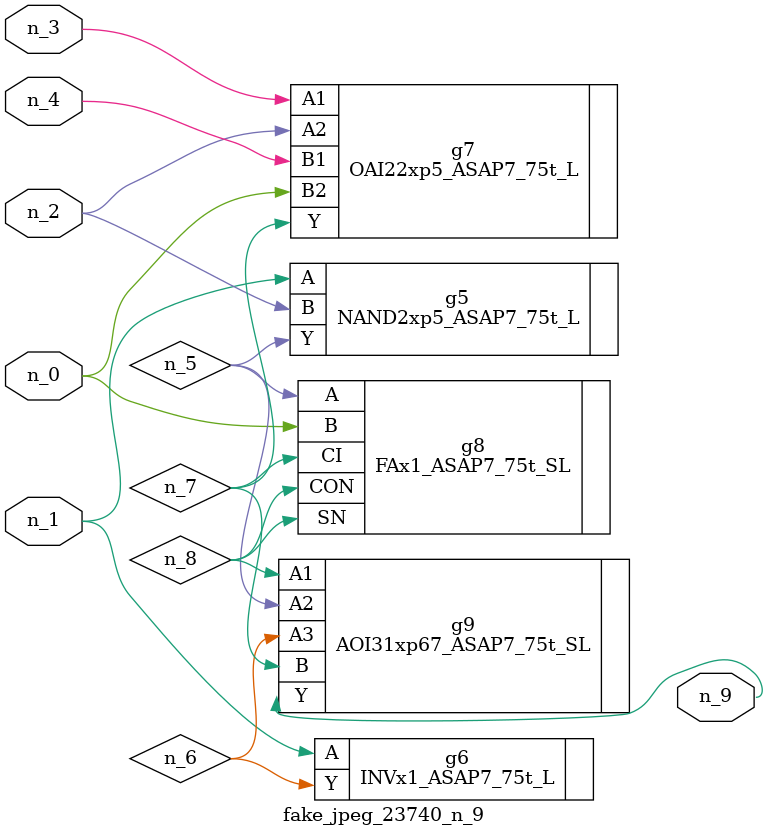
<source format=v>
module fake_jpeg_23740_n_9 (n_3, n_2, n_1, n_0, n_4, n_9);

input n_3;
input n_2;
input n_1;
input n_0;
input n_4;

output n_9;

wire n_8;
wire n_6;
wire n_5;
wire n_7;

NAND2xp5_ASAP7_75t_L g5 ( 
.A(n_1),
.B(n_2),
.Y(n_5)
);

INVx1_ASAP7_75t_L g6 ( 
.A(n_1),
.Y(n_6)
);

OAI22xp5_ASAP7_75t_L g7 ( 
.A1(n_3),
.A2(n_2),
.B1(n_4),
.B2(n_0),
.Y(n_7)
);

FAx1_ASAP7_75t_SL g8 ( 
.A(n_5),
.B(n_0),
.CI(n_7),
.CON(n_8),
.SN(n_8)
);

AOI31xp67_ASAP7_75t_SL g9 ( 
.A1(n_8),
.A2(n_5),
.A3(n_6),
.B(n_7),
.Y(n_9)
);


endmodule
</source>
